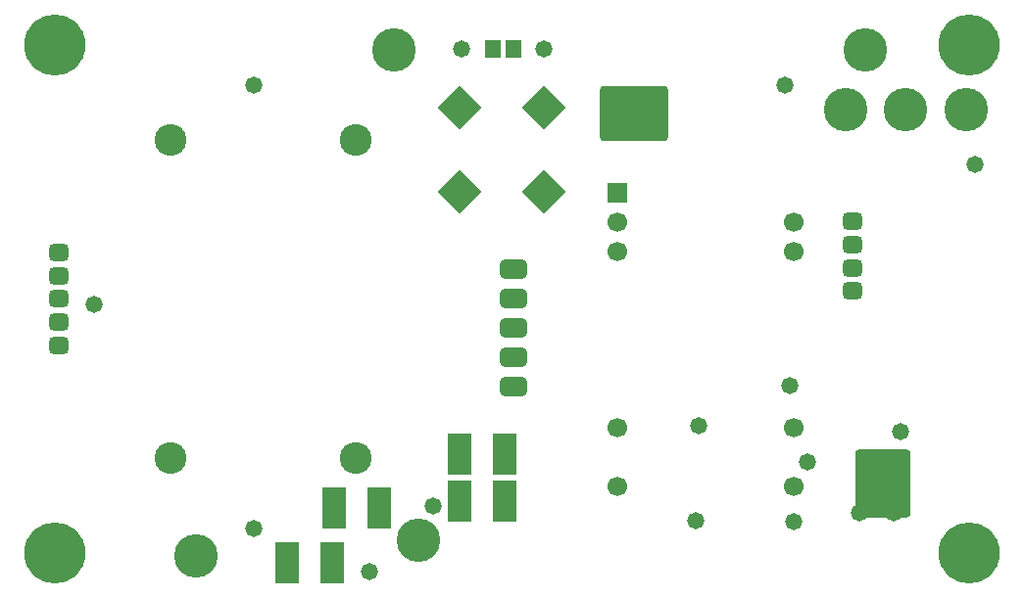
<source format=gts>
G04*
G04 #@! TF.GenerationSoftware,Altium Limited,Altium Designer,20.1.7 (139)*
G04*
G04 Layer_Color=20142*
%FSLAX25Y25*%
%MOIN*%
G70*
G04*
G04 #@! TF.SameCoordinates,98BAC387-3A70-427A-9A39-C9BDDE23891B*
G04*
G04*
G04 #@! TF.FilePolarity,Negative*
G04*
G01*
G75*
G04:AMPARAMS|DCode=20|XSize=189.1mil|YSize=232.41mil|CornerRadius=13.06mil|HoleSize=0mil|Usage=FLASHONLY|Rotation=180.000|XOffset=0mil|YOffset=0mil|HoleType=Round|Shape=RoundedRectangle|*
%AMROUNDEDRECTD20*
21,1,0.18910,0.20630,0,0,180.0*
21,1,0.16299,0.23241,0,0,180.0*
1,1,0.02611,-0.08150,0.10315*
1,1,0.02611,0.08150,0.10315*
1,1,0.02611,0.08150,-0.10315*
1,1,0.02611,-0.08150,-0.10315*
%
%ADD20ROUNDEDRECTD20*%
G04:AMPARAMS|DCode=21|XSize=189.1mil|YSize=232.41mil|CornerRadius=13.06mil|HoleSize=0mil|Usage=FLASHONLY|Rotation=90.000|XOffset=0mil|YOffset=0mil|HoleType=Round|Shape=RoundedRectangle|*
%AMROUNDEDRECTD21*
21,1,0.18910,0.20630,0,0,90.0*
21,1,0.16299,0.23241,0,0,90.0*
1,1,0.02611,0.10315,0.08150*
1,1,0.02611,0.10315,-0.08150*
1,1,0.02611,-0.10315,-0.08150*
1,1,0.02611,-0.10315,0.08150*
%
%ADD21ROUNDEDRECTD21*%
%ADD22R,0.08280X0.14186*%
%ADD23R,0.05524X0.06312*%
%ADD24P,0.15274X4X180.0*%
%ADD25C,0.14800*%
%ADD26C,0.20800*%
G04:AMPARAMS|DCode=27|XSize=59.18mil|YSize=67.06mil|CornerRadius=16.8mil|HoleSize=0mil|Usage=FLASHONLY|Rotation=90.000|XOffset=0mil|YOffset=0mil|HoleType=Round|Shape=RoundedRectangle|*
%AMROUNDEDRECTD27*
21,1,0.05918,0.03347,0,0,90.0*
21,1,0.02559,0.06706,0,0,90.0*
1,1,0.03359,0.01673,0.01280*
1,1,0.03359,0.01673,-0.01280*
1,1,0.03359,-0.01673,-0.01280*
1,1,0.03359,-0.01673,0.01280*
%
%ADD27ROUNDEDRECTD27*%
G04:AMPARAMS|DCode=28|XSize=93mil|YSize=68mil|CornerRadius=19mil|HoleSize=0mil|Usage=FLASHONLY|Rotation=0.000|XOffset=0mil|YOffset=0mil|HoleType=Round|Shape=RoundedRectangle|*
%AMROUNDEDRECTD28*
21,1,0.09300,0.03000,0,0,0.0*
21,1,0.05500,0.06800,0,0,0.0*
1,1,0.03800,0.02750,-0.01500*
1,1,0.03800,-0.02750,-0.01500*
1,1,0.03800,-0.02750,0.01500*
1,1,0.03800,0.02750,0.01500*
%
%ADD28ROUNDEDRECTD28*%
%ADD29C,0.10800*%
%ADD30R,0.06693X0.06693*%
%ADD31C,0.06693*%
%ADD32C,0.05800*%
D20*
X293307Y35433D02*
D03*
D21*
X208661Y161417D02*
D03*
D22*
X149409Y45669D02*
D03*
X164764D02*
D03*
X106890Y27165D02*
D03*
X122244D02*
D03*
X90748Y8661D02*
D03*
X106102D02*
D03*
X164764Y29528D02*
D03*
X149409D02*
D03*
D23*
X160630Y183465D02*
D03*
X167717D02*
D03*
D24*
X178030Y163463D02*
D03*
Y134963D02*
D03*
X149530Y163463D02*
D03*
Y134963D02*
D03*
D25*
X321654Y162992D02*
D03*
X301181D02*
D03*
X280709D02*
D03*
X287402Y183071D02*
D03*
X59842Y11024D02*
D03*
X135433Y16142D02*
D03*
X127165Y183071D02*
D03*
D26*
X322835Y185039D02*
D03*
X11811D02*
D03*
X322835Y11811D02*
D03*
X11811D02*
D03*
D27*
X283071Y101181D02*
D03*
Y109055D02*
D03*
Y124803D02*
D03*
Y116929D02*
D03*
X12992Y114173D02*
D03*
Y98425D02*
D03*
Y106299D02*
D03*
Y90551D02*
D03*
Y82677D02*
D03*
D28*
X167717Y108583D02*
D03*
Y98583D02*
D03*
Y88583D02*
D03*
Y78583D02*
D03*
Y68583D02*
D03*
D29*
X114000Y44275D02*
D03*
Y152575D02*
D03*
X51181D02*
D03*
Y44275D02*
D03*
D30*
X202992Y134567D02*
D03*
D31*
Y124567D02*
D03*
Y114567D02*
D03*
Y54567D02*
D03*
Y34567D02*
D03*
X262992D02*
D03*
Y54567D02*
D03*
Y114567D02*
D03*
Y124567D02*
D03*
D32*
X297244Y25591D02*
D03*
X285433D02*
D03*
X202756Y165354D02*
D03*
X212598D02*
D03*
X299606Y53150D02*
D03*
X261811Y68898D02*
D03*
X140551Y27953D02*
D03*
X118898Y5512D02*
D03*
X79528Y20079D02*
D03*
X260138Y171161D02*
D03*
X324705Y144390D02*
D03*
X267717Y42913D02*
D03*
X262992Y22441D02*
D03*
X25197Y96457D02*
D03*
X79528Y171161D02*
D03*
X150000Y183465D02*
D03*
X177953D02*
D03*
X229921Y22835D02*
D03*
X230709Y55236D02*
D03*
M02*

</source>
